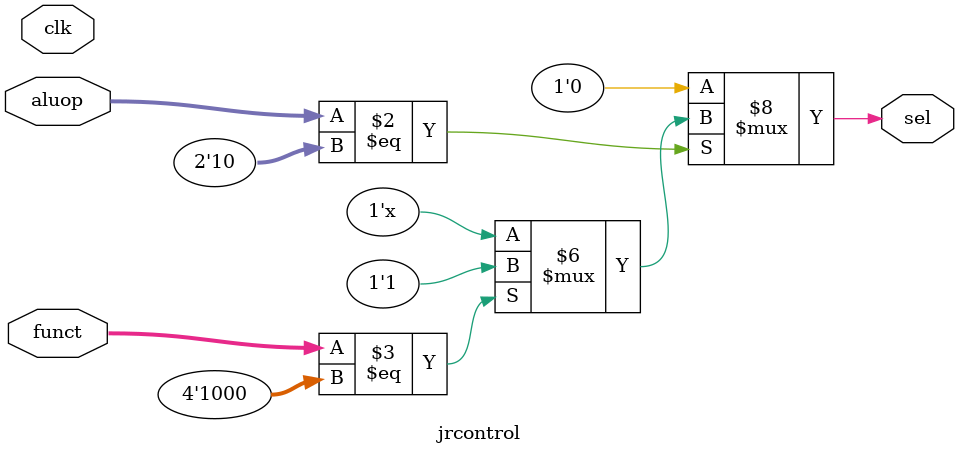
<source format=v>
`timescale 1ns / 1ns
module jrcontrol(
	input[3:0] funct,				 //from instr_line
	input[1:0] aluop, 			//from ctu
	input clk,
	output reg sel
	);
	
initial begin
	sel <= 0;
end

	
//always@(posedge clk)begin
always@(*)begin
	if(aluop==2'b10)begin
		if(funct==4'b1000) begin
			sel <= 1; 						//if aluop is jr, enable jrmux
			  //$display("jr enabled");
			end
	end else sel <= 0;
end
	
endmodule
</source>
